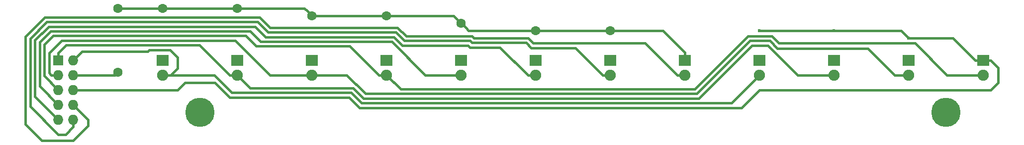
<source format=gbr>
G04 #@! TF.FileFunction,Copper,L2,Bot,Signal*
%FSLAX46Y46*%
G04 Gerber Fmt 4.6, Leading zero omitted, Abs format (unit mm)*
G04 Created by KiCad (PCBNEW 4.0.2-stable) date Thursday, 11 August 2016 'amt' 11:26:03*
%MOMM*%
G01*
G04 APERTURE LIST*
%ADD10C,0.100000*%
%ADD11R,2.000000X1.900000*%
%ADD12C,1.900000*%
%ADD13R,1.727200X1.727200*%
%ADD14O,1.727200X1.727200*%
%ADD15C,5.000000*%
%ADD16C,1.600000*%
%ADD17C,0.600000*%
%ADD18C,0.400000*%
G04 APERTURE END LIST*
D10*
D11*
X63500000Y-76200000D03*
D12*
X63500000Y-78740000D03*
D11*
X76200000Y-76200000D03*
D12*
X76200000Y-78740000D03*
D11*
X88900000Y-76200000D03*
D12*
X88900000Y-78740000D03*
D11*
X101600000Y-76200000D03*
D12*
X101600000Y-78740000D03*
D11*
X114300000Y-76200000D03*
D12*
X114300000Y-78740000D03*
D11*
X127000000Y-76200000D03*
D12*
X127000000Y-78740000D03*
D11*
X139700000Y-76200000D03*
D12*
X139700000Y-78740000D03*
D11*
X152400000Y-76200000D03*
D12*
X152400000Y-78740000D03*
D11*
X165100000Y-76200000D03*
D12*
X165100000Y-78740000D03*
D11*
X177800000Y-76200000D03*
D12*
X177800000Y-78740000D03*
D11*
X190500000Y-76200000D03*
D12*
X190500000Y-78740000D03*
D11*
X203200000Y-76200000D03*
D12*
X203200000Y-78740000D03*
D13*
X45720000Y-76200000D03*
D14*
X48260000Y-76200000D03*
X45720000Y-78740000D03*
X48260000Y-78740000D03*
X45720000Y-81280000D03*
X48260000Y-81280000D03*
X45720000Y-83820000D03*
X48260000Y-83820000D03*
X45720000Y-86360000D03*
X48260000Y-86360000D03*
D15*
X69850000Y-85090000D03*
X196850000Y-85090000D03*
D16*
X127000000Y-71120000D03*
X88900000Y-68580000D03*
X101600000Y-68580000D03*
X114300000Y-69850000D03*
X55880000Y-67310000D03*
X55880000Y-78232000D03*
X139700000Y-71120000D03*
X76200000Y-67310000D03*
X63500000Y-67310000D03*
D17*
X190500000Y-72390000D03*
X177800000Y-71120000D03*
X165100000Y-71120000D03*
D18*
X138176000Y-71120000D02*
X127000000Y-71120000D01*
X127000000Y-71120000D02*
X124460000Y-71120000D01*
X148336000Y-71120000D02*
X148670000Y-71120000D01*
X148336000Y-71120000D02*
X139700000Y-71120000D01*
X138176000Y-71120000D02*
X139700000Y-71120000D01*
X113030000Y-68580000D02*
X102731370Y-68580000D01*
X114300000Y-69850000D02*
X113030000Y-68580000D01*
X102731370Y-68580000D02*
X101600000Y-68580000D01*
X88100001Y-67780001D02*
X88900000Y-68580000D01*
X76200000Y-67310000D02*
X87630000Y-67310000D01*
X87630000Y-67310000D02*
X88100001Y-67780001D01*
X101600000Y-68580000D02*
X88900000Y-68580000D01*
X115099999Y-70649999D02*
X114300000Y-69850000D01*
X124460000Y-71120000D02*
X115570000Y-71120000D01*
X115570000Y-71120000D02*
X115099999Y-70649999D01*
X124460000Y-71120000D02*
X125730000Y-71120000D01*
X148670000Y-71120000D02*
X152400000Y-74850000D01*
X152400000Y-74850000D02*
X152400000Y-76200000D01*
X63500000Y-67310000D02*
X55880000Y-67310000D01*
X55372000Y-78740000D02*
X55880000Y-78232000D01*
X48260000Y-78740000D02*
X55372000Y-78740000D01*
X63500000Y-67310000D02*
X76200000Y-67310000D01*
X63450000Y-76200000D02*
X63500000Y-76200000D01*
X75261375Y-81749989D02*
X72251386Y-78740000D01*
X97359375Y-83527989D02*
X95581375Y-81749989D01*
X72251386Y-78740000D02*
X64843502Y-78740000D01*
X160312011Y-83527989D02*
X97359375Y-83527989D01*
X95581375Y-81749989D02*
X75261375Y-81749989D01*
X165100000Y-78740000D02*
X160312011Y-83527989D01*
X64843502Y-78740000D02*
X63500000Y-78740000D01*
X48260000Y-76200000D02*
X49784000Y-74676000D01*
X49784000Y-74676000D02*
X60960000Y-74676000D01*
X60960000Y-74676000D02*
X61201923Y-74434077D01*
X64764079Y-74434077D02*
X66040000Y-75709998D01*
X66040000Y-75709998D02*
X66040000Y-77543502D01*
X61201923Y-74434077D02*
X64764079Y-74434077D01*
X66040000Y-77543502D02*
X64843502Y-78740000D01*
X45720000Y-74936400D02*
X45720000Y-76200000D01*
X47022334Y-73634066D02*
X45720000Y-74936400D01*
X69750564Y-73634066D02*
X47022334Y-73634066D01*
X74856498Y-78740000D02*
X69750564Y-73634066D01*
X76200000Y-78740000D02*
X74856498Y-78740000D01*
X78409978Y-80949978D02*
X76200000Y-78740000D01*
X163830000Y-73660000D02*
X154762022Y-82727978D01*
X154762022Y-82727978D02*
X97690750Y-82727978D01*
X166497000Y-73660000D02*
X163830000Y-73660000D01*
X97690750Y-82727978D02*
X95912750Y-80949978D01*
X177800000Y-78740000D02*
X171577000Y-78740000D01*
X95912750Y-80949978D02*
X78409978Y-80949978D01*
X171577000Y-78740000D02*
X166497000Y-73660000D01*
X44498686Y-78740000D02*
X44132055Y-78373369D01*
X44132055Y-74980743D02*
X46278743Y-72834055D01*
X81770002Y-78740000D02*
X88900000Y-78740000D01*
X75864057Y-72834055D02*
X81770002Y-78740000D01*
X45720000Y-78740000D02*
X44498686Y-78740000D01*
X44132055Y-78373369D02*
X44132055Y-74980743D01*
X46278743Y-72834055D02*
X75864057Y-72834055D01*
X154419033Y-81927967D02*
X163487011Y-72859989D01*
X163487011Y-72859989D02*
X166828375Y-72859989D01*
X188098614Y-78740000D02*
X190500000Y-78740000D01*
X183526614Y-74168000D02*
X188098614Y-78740000D01*
X98022125Y-81927967D02*
X154419033Y-81927967D01*
X94834158Y-78740000D02*
X98022125Y-81927967D01*
X88900000Y-78740000D02*
X94834158Y-78740000D01*
X168136386Y-74168000D02*
X183526614Y-74168000D01*
X166828375Y-72859989D02*
X168136386Y-74168000D01*
X100256498Y-78740000D02*
X101600000Y-78740000D01*
X79400044Y-73812044D02*
X95328542Y-73812044D01*
X43332044Y-73507956D02*
X44805956Y-72034044D01*
X43332044Y-78892044D02*
X43332044Y-73507956D01*
X45720000Y-81280000D02*
X43332044Y-78892044D01*
X77622044Y-72034044D02*
X79400044Y-73812044D01*
X44805956Y-72034044D02*
X77622044Y-72034044D01*
X95328542Y-73812044D02*
X100256498Y-78740000D01*
X103987956Y-81127956D02*
X101600000Y-78740000D01*
X154087658Y-81127956D02*
X103987956Y-81127956D01*
X168378772Y-73279000D02*
X167159750Y-72059978D01*
X190056996Y-73279000D02*
X168378772Y-73279000D01*
X190067998Y-73290002D02*
X190056996Y-73279000D01*
X191527002Y-73290002D02*
X190067998Y-73290002D01*
X203200000Y-78740000D02*
X196977000Y-78740000D01*
X163155636Y-72059978D02*
X154087658Y-81127956D01*
X196977000Y-78740000D02*
X191527002Y-73290002D01*
X167159750Y-72059978D02*
X163155636Y-72059978D01*
X108204000Y-78740000D02*
X112956498Y-78740000D01*
X44428125Y-71234033D02*
X78359000Y-71234033D01*
X78359000Y-71234033D02*
X80137000Y-73012033D01*
X42532033Y-73130125D02*
X44428125Y-71234033D01*
X112956498Y-78740000D02*
X114300000Y-78740000D01*
X102476033Y-73012033D02*
X108204000Y-78740000D01*
X80137000Y-73012033D02*
X102476033Y-73012033D01*
X45720000Y-83820000D02*
X42532033Y-80632033D01*
X42532033Y-80632033D02*
X42532033Y-73130125D01*
X115764752Y-73990022D02*
X120906520Y-73990022D01*
X115434730Y-73660000D02*
X115764752Y-73990022D01*
X44096750Y-70434022D02*
X79197022Y-70434022D01*
X45720000Y-86360000D02*
X41732022Y-82372022D01*
X41732023Y-72798749D02*
X44096750Y-70434022D01*
X102807406Y-72212022D02*
X104255384Y-73660000D01*
X41732022Y-82372022D02*
X41732023Y-72798749D01*
X79197022Y-70434022D02*
X80975022Y-72212022D01*
X80975022Y-72212022D02*
X102807406Y-72212022D01*
X104255384Y-73660000D02*
X115434730Y-73660000D01*
X120906520Y-73990022D02*
X125656498Y-78740000D01*
X125656498Y-78740000D02*
X127000000Y-78740000D01*
X43765375Y-69634011D02*
X40932011Y-72467375D01*
X139700000Y-78740000D02*
X138356498Y-78740000D01*
X115766105Y-72859989D02*
X104586759Y-72859989D01*
X48260000Y-87581314D02*
X48260000Y-86360000D01*
X79629000Y-69634011D02*
X43765375Y-69634011D01*
X46941314Y-88900000D02*
X48260000Y-87581314D01*
X40932011Y-84112011D02*
X45720000Y-88900000D01*
X81407000Y-71412011D02*
X79629000Y-69634011D01*
X40932011Y-72467375D02*
X40932011Y-84112011D01*
X103138781Y-71412011D02*
X81407000Y-71412011D01*
X116096127Y-73190011D02*
X115766105Y-72859989D01*
X125336621Y-73190011D02*
X116096127Y-73190011D01*
X138356498Y-78740000D02*
X133706511Y-74090013D01*
X104586759Y-72859989D02*
X103138781Y-71412011D01*
X133706511Y-74090013D02*
X126236623Y-74090013D01*
X126236623Y-74090013D02*
X125336621Y-73190011D01*
X45720000Y-88900000D02*
X46941314Y-88900000D01*
X126567998Y-73290002D02*
X145606500Y-73290002D01*
X116427502Y-72390000D02*
X125667996Y-72390000D01*
X116097480Y-72059978D02*
X116427502Y-72390000D01*
X81788000Y-70612000D02*
X103470156Y-70612000D01*
X80010000Y-68834000D02*
X81788000Y-70612000D01*
X145606500Y-73290002D02*
X151056498Y-78740000D01*
X48260000Y-89916000D02*
X42926000Y-89916000D01*
X43434000Y-68834000D02*
X80010000Y-68834000D01*
X40132000Y-87122000D02*
X40132000Y-72136000D01*
X103470156Y-70612000D02*
X104918134Y-72059978D01*
X104918134Y-72059978D02*
X116097480Y-72059978D01*
X42926000Y-89916000D02*
X40132000Y-87122000D01*
X50800000Y-87376000D02*
X48260000Y-89916000D01*
X48260000Y-83820000D02*
X50800000Y-86360000D01*
X125667996Y-72390000D02*
X126567998Y-73290002D01*
X50800000Y-86360000D02*
X50800000Y-87376000D01*
X40132000Y-72136000D02*
X43434000Y-68834000D01*
X151056498Y-78740000D02*
X152400000Y-78740000D01*
X165100000Y-81280000D02*
X204470000Y-81280000D01*
X205740000Y-80010000D02*
X205740000Y-77470000D01*
X204470000Y-81280000D02*
X205740000Y-80010000D01*
X48260000Y-81280000D02*
X66040000Y-81280000D01*
X67310000Y-80010000D02*
X72390000Y-80010000D01*
X66040000Y-81280000D02*
X67310000Y-80010000D01*
X72390000Y-80010000D02*
X74930000Y-82550000D01*
X162052000Y-84328000D02*
X165100000Y-81280000D01*
X74930000Y-82550000D02*
X95250000Y-82550000D01*
X95250000Y-82550000D02*
X97028000Y-84328000D01*
X97028000Y-84328000D02*
X162052000Y-84328000D01*
X205740000Y-77470000D02*
X204470000Y-76200000D01*
X204470000Y-76200000D02*
X203200000Y-76200000D01*
X197990000Y-72390000D02*
X190500000Y-72390000D01*
X203200000Y-76200000D02*
X201800000Y-76200000D01*
X201800000Y-76200000D02*
X197990000Y-72390000D01*
X189230000Y-71120000D02*
X190500000Y-72390000D01*
X177800000Y-71120000D02*
X189230000Y-71120000D01*
X165100000Y-71120000D02*
X177800000Y-71120000D01*
M02*

</source>
